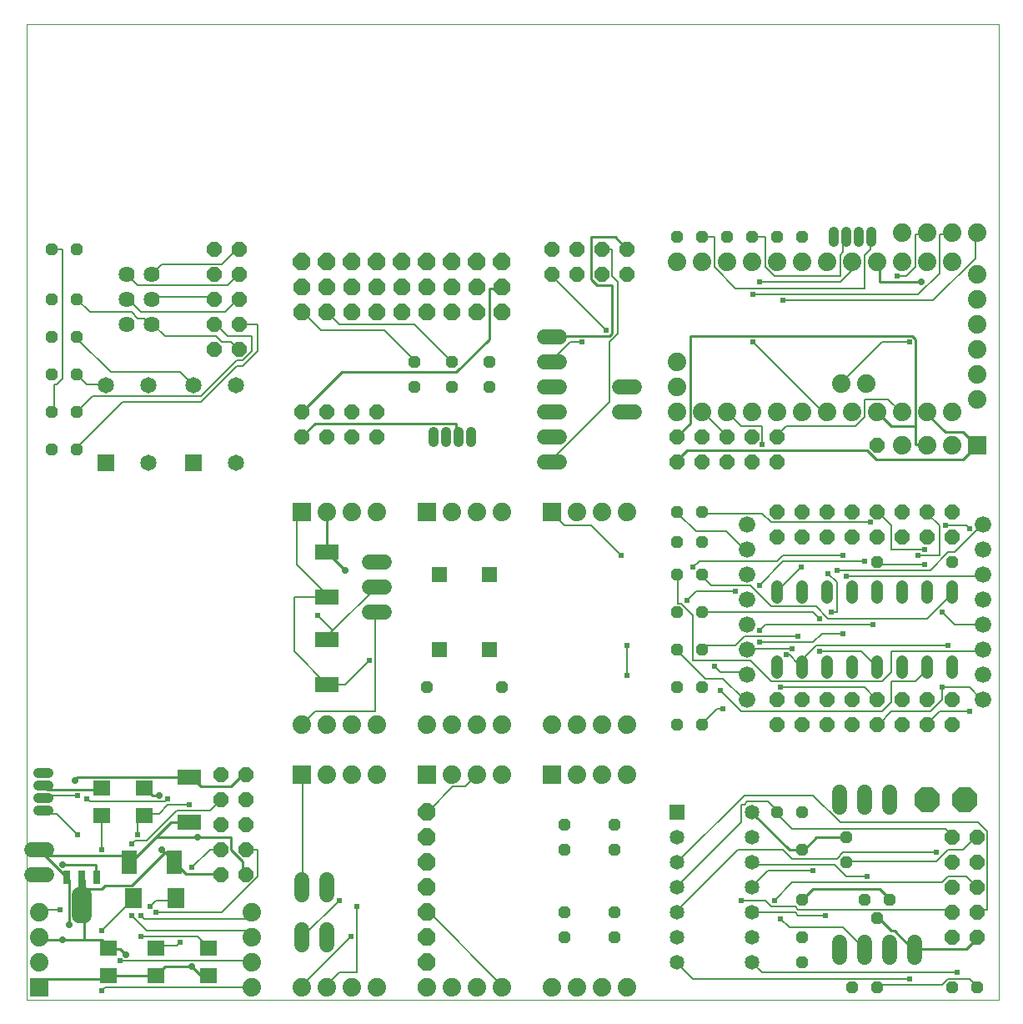
<source format=gbl>
G75*
%MOIN*%
%OFA0B0*%
%FSLAX24Y24*%
%IPPOS*%
%LPD*%
%AMOC8*
5,1,8,0,0,1.08239X$1,22.5*
%
%ADD10C,0.0000*%
%ADD11R,0.0709X0.0630*%
%ADD12R,0.0700X0.0800*%
%ADD13R,0.0315X0.0551*%
%ADD14R,0.0315X0.0748*%
%ADD15C,0.0600*%
%ADD16OC8,0.0600*%
%ADD17R,0.0650X0.0650*%
%ADD18C,0.0650*%
%ADD19OC8,0.0480*%
%ADD20R,0.0585X0.0585*%
%ADD21C,0.0585*%
%ADD22OC8,0.1000*%
%ADD23C,0.0740*%
%ADD24C,0.0640*%
%ADD25OC8,0.0700*%
%ADD26OC8,0.0660*%
%ADD27C,0.0413*%
%ADD28C,0.0660*%
%ADD29C,0.0480*%
%ADD30R,0.0740X0.0740*%
%ADD31R,0.0591X0.0591*%
%ADD32R,0.0945X0.0591*%
%ADD33R,0.0591X0.0945*%
%ADD34C,0.0100*%
%ADD35C,0.0280*%
%ADD36C,0.0080*%
%ADD37C,0.0240*%
D10*
X000535Y000450D02*
X000535Y039446D01*
X039405Y039446D01*
X039405Y000450D01*
X000535Y000450D01*
D11*
X003785Y001399D03*
X003785Y002501D03*
X005685Y002501D03*
X005685Y001399D03*
X007785Y001399D03*
X007785Y002501D03*
X005235Y007799D03*
X005235Y008901D03*
X003535Y008901D03*
X003535Y007799D03*
D12*
X004785Y004500D03*
X006485Y004500D03*
D13*
X003335Y005350D03*
X002135Y005350D03*
D14*
X002735Y005250D03*
D15*
X002835Y003812D02*
X002635Y003812D01*
X002635Y004648D01*
X002835Y004648D01*
X002835Y003812D01*
X002835Y004411D02*
X002635Y004411D01*
X001335Y005450D02*
X000735Y005450D01*
X000735Y006450D02*
X001335Y006450D01*
X011535Y005250D02*
X011535Y004650D01*
X012535Y004650D02*
X012535Y005250D01*
X012535Y003250D02*
X012535Y002650D01*
X011535Y002650D02*
X011535Y003250D01*
X014235Y015950D02*
X014835Y015950D01*
X014835Y016950D02*
X014235Y016950D01*
X014235Y017950D02*
X014835Y017950D01*
X021235Y021950D02*
X021835Y021950D01*
X021835Y022950D02*
X021235Y022950D01*
X021235Y023950D02*
X021835Y023950D01*
X021835Y024950D02*
X021235Y024950D01*
X021235Y025950D02*
X021835Y025950D01*
X021835Y026950D02*
X021235Y026950D01*
X024235Y024950D02*
X024835Y024950D01*
X024835Y023950D02*
X024235Y023950D01*
X033035Y008750D02*
X033035Y008150D01*
X034035Y008150D02*
X034035Y008750D01*
X035035Y008750D02*
X035035Y008150D01*
X035035Y002750D02*
X035035Y002150D01*
X034035Y002150D02*
X034035Y002750D01*
X033035Y002750D02*
X033035Y002150D01*
X036035Y002150D02*
X036035Y002750D01*
D16*
X037535Y002950D03*
X037535Y003950D03*
X037535Y004950D03*
X037535Y005950D03*
X037535Y006950D03*
X038535Y006950D03*
X038535Y005950D03*
X038535Y004950D03*
X038535Y003950D03*
X038535Y002950D03*
X037535Y011450D03*
X036535Y011450D03*
X035535Y011450D03*
X034535Y011450D03*
X033535Y011450D03*
X032535Y011450D03*
X031535Y011450D03*
X030535Y011450D03*
X030535Y012450D03*
X031535Y012450D03*
X032535Y012450D03*
X033535Y012450D03*
X034535Y012450D03*
X035535Y012450D03*
X036535Y012450D03*
X037535Y012450D03*
X037535Y018950D03*
X036535Y018950D03*
X035535Y018950D03*
X034535Y018950D03*
X033535Y018950D03*
X032535Y018950D03*
X031535Y018950D03*
X030535Y018950D03*
X030535Y019950D03*
X031535Y019950D03*
X032535Y019950D03*
X033535Y019950D03*
X034535Y019950D03*
X035535Y019950D03*
X036535Y019950D03*
X037535Y019950D03*
X034535Y022600D03*
X030535Y022950D03*
X029535Y022950D03*
X028535Y022950D03*
X027535Y022950D03*
X026535Y022950D03*
X026535Y021950D03*
X027535Y021950D03*
X028535Y021950D03*
X029535Y021950D03*
X030535Y021950D03*
X024535Y029450D03*
X024535Y030450D03*
X023535Y030450D03*
X022535Y030450D03*
X022535Y029450D03*
X023535Y029450D03*
X021535Y029450D03*
X021535Y030450D03*
X014535Y023950D03*
X014535Y022950D03*
X013535Y022950D03*
X012535Y022950D03*
X012535Y023950D03*
X013535Y023950D03*
X011535Y023950D03*
X011535Y022950D03*
X009035Y026450D03*
X008035Y026450D03*
X008035Y027450D03*
X008035Y028450D03*
X009035Y028450D03*
X009035Y027450D03*
X009035Y029450D03*
X008035Y029450D03*
X008035Y030450D03*
X009035Y030450D03*
X009285Y009450D03*
X009285Y008450D03*
X008285Y008450D03*
X008285Y009450D03*
X008285Y007450D03*
X008285Y006450D03*
X008285Y005450D03*
X009285Y005450D03*
X009285Y006450D03*
X009285Y007450D03*
D17*
X007185Y021900D03*
X003685Y021900D03*
D18*
X005385Y021900D03*
X005385Y025000D03*
X003685Y025000D03*
X007185Y025000D03*
X008885Y025000D03*
X008885Y021900D03*
D19*
X002535Y022450D03*
X001535Y022450D03*
X001535Y023950D03*
X002535Y023950D03*
X002535Y025450D03*
X001535Y025450D03*
X001535Y026950D03*
X002535Y026950D03*
X002535Y028450D03*
X001535Y028450D03*
X001535Y030450D03*
X002535Y030450D03*
X016035Y025950D03*
X016035Y024950D03*
X017535Y024950D03*
X017535Y025950D03*
X019035Y025950D03*
X019035Y024950D03*
X026535Y019950D03*
X027535Y019950D03*
X027535Y018750D03*
X026535Y018750D03*
X026535Y017450D03*
X027535Y017450D03*
X027535Y015950D03*
X026535Y015950D03*
X026535Y014450D03*
X027535Y014450D03*
X027535Y012950D03*
X026535Y012950D03*
X026535Y011450D03*
X027535Y011450D03*
X030535Y007950D03*
X031535Y007950D03*
X031535Y006450D03*
X033285Y005950D03*
X033285Y006950D03*
X034035Y004450D03*
X034535Y003700D03*
X035035Y004450D03*
X031535Y004450D03*
X031535Y002950D03*
X031535Y001950D03*
X033535Y000950D03*
X034535Y000950D03*
X037535Y000950D03*
X038535Y000950D03*
X024035Y002950D03*
X024035Y003950D03*
X022035Y003950D03*
X022035Y002950D03*
X022035Y006450D03*
X022035Y007450D03*
X024035Y007450D03*
X024035Y006450D03*
X019535Y012950D03*
X016535Y012950D03*
X034535Y017950D03*
X037535Y017950D03*
X031535Y030950D03*
X030535Y030950D03*
X029535Y030950D03*
X028535Y030950D03*
X027535Y030950D03*
X026535Y030950D03*
D20*
X026535Y007950D03*
D21*
X026535Y006950D03*
X026535Y005950D03*
X026535Y004950D03*
X026535Y003950D03*
X026535Y002950D03*
X026535Y001950D03*
X029535Y001950D03*
X029535Y002950D03*
X029535Y003950D03*
X029535Y004950D03*
X029535Y005950D03*
X029535Y006950D03*
X029535Y007950D03*
D22*
X036535Y008450D03*
X038035Y008450D03*
D23*
X024535Y009450D03*
X023535Y009450D03*
X022535Y009450D03*
X022535Y011450D03*
X023535Y011450D03*
X024535Y011450D03*
X021535Y011450D03*
X019535Y011450D03*
X018535Y011450D03*
X017535Y011450D03*
X016535Y011450D03*
X014535Y011450D03*
X013535Y011450D03*
X012535Y011450D03*
X011535Y011450D03*
X012535Y009450D03*
X013535Y009450D03*
X014535Y009450D03*
X017535Y009450D03*
X018535Y009450D03*
X019535Y009450D03*
X019535Y000950D03*
X018535Y000950D03*
X017535Y000950D03*
X016535Y000950D03*
X014535Y000950D03*
X013535Y000950D03*
X012535Y000950D03*
X011535Y000950D03*
X009535Y000950D03*
X009535Y001950D03*
X009535Y002950D03*
X009535Y003950D03*
X001035Y003950D03*
X001035Y002950D03*
X001035Y001950D03*
X012535Y019950D03*
X013535Y019950D03*
X014535Y019950D03*
X017535Y019950D03*
X018535Y019950D03*
X019535Y019950D03*
X022535Y019950D03*
X023535Y019950D03*
X024535Y019950D03*
X026535Y023950D03*
X027535Y023950D03*
X028535Y023950D03*
X029535Y023950D03*
X030535Y023950D03*
X031535Y023950D03*
X032535Y023950D03*
X033535Y023950D03*
X034535Y023950D03*
X035535Y023950D03*
X036535Y023950D03*
X037535Y023950D03*
X038535Y024450D03*
X038535Y025450D03*
X038535Y026450D03*
X038535Y027450D03*
X038535Y028450D03*
X038535Y029450D03*
X037535Y029950D03*
X036535Y029950D03*
X035535Y029950D03*
X034535Y029950D03*
X033535Y029950D03*
X032535Y029950D03*
X031535Y029950D03*
X030535Y029950D03*
X029535Y029950D03*
X028535Y029950D03*
X027535Y029950D03*
X026535Y029950D03*
X026535Y025950D03*
X026535Y024950D03*
X033098Y025075D03*
X034098Y025075D03*
X035535Y022600D03*
X036535Y022600D03*
X037535Y022600D03*
X037535Y031100D03*
X036535Y031100D03*
X035535Y031100D03*
X038535Y031100D03*
X024535Y000950D03*
X023535Y000950D03*
X022535Y000950D03*
X021535Y000950D03*
D24*
X005535Y027450D03*
X004535Y027450D03*
X004535Y028450D03*
X005535Y028450D03*
X005535Y029450D03*
X004535Y029450D03*
D25*
X011535Y029950D03*
X012535Y029950D03*
X013535Y029950D03*
X014535Y029950D03*
X015535Y029950D03*
X016535Y029950D03*
X017535Y029950D03*
X018535Y029950D03*
X019535Y029950D03*
X016535Y007950D03*
X016535Y006950D03*
X016535Y005950D03*
X016535Y004950D03*
X016535Y003950D03*
X016535Y002950D03*
X016535Y001950D03*
X016535Y000950D03*
D26*
X016535Y027950D03*
X017535Y027950D03*
X017535Y028950D03*
X016535Y028950D03*
X015535Y028950D03*
X014535Y028950D03*
X013535Y028950D03*
X012535Y028950D03*
X011535Y028950D03*
X011535Y027950D03*
X012535Y027950D03*
X013535Y027950D03*
X014535Y027950D03*
X015535Y027950D03*
X018535Y027950D03*
X019535Y027950D03*
X019535Y028950D03*
X018535Y028950D03*
D27*
X018285Y023157D02*
X018285Y022743D01*
X017785Y022743D02*
X017785Y023157D01*
X017285Y023157D02*
X017285Y022743D01*
X016785Y022743D02*
X016785Y023157D01*
X001392Y009500D02*
X000978Y009500D01*
X000978Y009000D02*
X001392Y009000D01*
X001392Y008500D02*
X000978Y008500D01*
X000978Y008000D02*
X001392Y008000D01*
X032785Y030743D02*
X032785Y031157D01*
X033285Y031157D02*
X033285Y030743D01*
X033785Y030743D02*
X033785Y031157D01*
X034285Y031157D02*
X034285Y030743D01*
D28*
X038759Y019450D03*
X038759Y018450D03*
X038759Y017450D03*
X038759Y016450D03*
X038759Y015450D03*
X038759Y014450D03*
X038759Y013450D03*
X038759Y012450D03*
X029311Y012450D03*
X029311Y013450D03*
X029311Y014450D03*
X029311Y015450D03*
X029311Y016450D03*
X029311Y017450D03*
X029311Y018450D03*
X029311Y019450D03*
D29*
X030535Y016990D02*
X030535Y016510D01*
X031535Y016510D02*
X031535Y016990D01*
X032535Y016990D02*
X032535Y016510D01*
X033535Y016510D02*
X033535Y016990D01*
X034535Y016990D02*
X034535Y016510D01*
X035535Y016510D02*
X035535Y016990D01*
X036535Y016990D02*
X036535Y016510D01*
X037535Y016510D02*
X037535Y016990D01*
X037535Y013990D02*
X037535Y013510D01*
X036535Y013510D02*
X036535Y013990D01*
X035535Y013990D02*
X035535Y013510D01*
X034535Y013510D02*
X034535Y013990D01*
X033535Y013990D02*
X033535Y013510D01*
X032535Y013510D02*
X032535Y013990D01*
X031535Y013990D02*
X031535Y013510D01*
X030535Y013510D02*
X030535Y013990D01*
D30*
X038535Y022600D03*
X021535Y019950D03*
X016535Y019950D03*
X011535Y019950D03*
X011535Y009450D03*
X016535Y009450D03*
X021535Y009450D03*
X001035Y000950D03*
D31*
X017035Y014450D03*
X019035Y014450D03*
X019035Y017450D03*
X017035Y017450D03*
D32*
X012535Y016544D03*
X012535Y014856D03*
X012535Y013044D03*
X012535Y018356D03*
X007035Y009356D03*
X007035Y007544D03*
D33*
X006441Y005950D03*
X004630Y005950D03*
D34*
X004615Y005970D01*
X004375Y006210D01*
X001255Y006210D01*
X001035Y006450D01*
X001015Y006450D01*
X001255Y006210D01*
X002095Y005370D01*
X002135Y005350D01*
X002215Y005250D01*
X002215Y003450D01*
X001975Y002850D02*
X002815Y002850D01*
X002815Y004170D01*
X002735Y004230D01*
X002815Y004290D01*
X002815Y004890D01*
X002735Y005250D01*
X002815Y005250D01*
X002815Y004890D01*
X003535Y004890D01*
X003655Y005010D01*
X004735Y005010D01*
X006055Y006330D01*
X005935Y006450D01*
X006055Y006330D02*
X006415Y005970D01*
X006441Y005950D01*
X006535Y005850D01*
X006895Y005490D01*
X008215Y005490D01*
X008285Y005450D01*
X009175Y005490D02*
X009175Y005970D01*
X008695Y006450D01*
X008695Y006930D01*
X007375Y006930D01*
X005695Y006930D01*
X004735Y005970D01*
X004630Y005950D01*
X003295Y005850D02*
X003295Y005370D01*
X003335Y005350D01*
X003295Y005850D02*
X001975Y005850D01*
X001975Y002850D02*
X001135Y002850D01*
X001035Y002950D01*
X001375Y001290D02*
X003775Y001290D01*
X003785Y001399D01*
X003895Y001410D01*
X005575Y001410D01*
X005685Y001399D01*
X005695Y001410D01*
X006055Y001770D01*
X007135Y001770D01*
X007495Y001410D01*
X007735Y001410D01*
X007785Y001399D01*
X004495Y002250D02*
X004255Y002490D01*
X003895Y002490D01*
X003785Y002501D01*
X003775Y002610D01*
X003535Y002850D01*
X002815Y002850D01*
X001375Y001290D02*
X001035Y000950D01*
X005695Y006930D02*
X006295Y007530D01*
X007015Y007530D01*
X007035Y007544D01*
X007495Y008970D02*
X008695Y008970D01*
X009175Y009450D01*
X009285Y009450D01*
X007495Y008970D02*
X007135Y009330D01*
X007035Y009356D01*
X007015Y009330D01*
X002575Y009330D01*
X002455Y009210D01*
X003535Y008901D02*
X003535Y008850D01*
X001375Y008850D01*
X001255Y008970D01*
X001185Y009000D01*
X005235Y008901D02*
X005335Y008850D01*
X005575Y008610D01*
X005815Y008610D01*
X009175Y005490D02*
X009285Y005450D01*
X013255Y017610D02*
X012535Y018330D01*
X012535Y018356D01*
X012535Y019950D01*
X011535Y022950D02*
X011575Y023010D01*
X012055Y023490D01*
X017695Y023490D01*
X017695Y023010D01*
X017785Y022950D01*
X017695Y025530D02*
X019015Y026850D01*
X019015Y028890D01*
X019495Y028890D01*
X019535Y028950D01*
X021535Y026970D02*
X021535Y026950D01*
X021535Y026970D02*
X023815Y026970D01*
X023935Y027090D01*
X023935Y029010D01*
X023335Y029010D01*
X023095Y029250D01*
X023095Y030930D01*
X024055Y030930D01*
X024535Y030450D01*
X027055Y026970D02*
X035935Y026970D01*
X036055Y026850D01*
X036055Y023370D01*
X035095Y023370D01*
X034615Y023850D01*
X034535Y023950D01*
X034135Y022410D02*
X034495Y022050D01*
X037975Y022050D01*
X038455Y022530D01*
X038535Y022600D01*
X038455Y022650D01*
X037975Y023130D01*
X037255Y023130D01*
X036535Y023850D01*
X036535Y023950D01*
X036055Y023370D02*
X036055Y022650D01*
X036535Y022650D01*
X036535Y022600D01*
X034135Y022410D02*
X026935Y022410D01*
X026575Y022050D01*
X026535Y021950D01*
X026535Y022950D02*
X026575Y023010D01*
X027055Y023490D01*
X027055Y026970D01*
X034615Y029130D02*
X036295Y029130D01*
X034615Y029130D02*
X034615Y029850D01*
X034535Y029950D01*
X017695Y025530D02*
X013135Y025530D01*
X011575Y023970D01*
X011535Y023950D01*
X029535Y007950D02*
X029575Y007890D01*
X031015Y006450D01*
X031535Y006450D01*
X031615Y006450D01*
X032095Y006930D01*
X033175Y006930D01*
X033285Y006950D01*
X031975Y004890D02*
X031535Y004450D01*
X031975Y004890D02*
X034615Y004890D01*
X034975Y004530D01*
X035035Y004450D01*
X034615Y003690D02*
X034535Y003700D01*
X034615Y003690D02*
X035095Y003210D01*
X035215Y003210D01*
X035935Y002490D01*
X036035Y002450D01*
X036055Y002490D01*
X038095Y002490D01*
X038455Y002850D01*
X038535Y002950D01*
D35*
X013255Y017610D03*
X005815Y008610D03*
X007375Y006930D03*
X005935Y006450D03*
X002455Y009210D03*
X001975Y005850D03*
X002215Y003450D03*
X001975Y002850D03*
X004495Y002250D03*
X007135Y001770D03*
X036295Y029130D03*
D36*
X036175Y028650D02*
X037015Y029490D01*
X037015Y031050D01*
X037495Y031050D01*
X037535Y031100D01*
X036535Y031100D02*
X036535Y031050D01*
X036055Y031050D01*
X036055Y029730D01*
X035695Y029370D01*
X035335Y029370D01*
X036175Y028650D02*
X029575Y028650D01*
X029815Y029130D02*
X033055Y029130D01*
X033535Y029610D01*
X033535Y029950D01*
X033175Y030330D02*
X033055Y030210D01*
X033055Y029370D01*
X030415Y029370D01*
X030055Y029730D01*
X030055Y030930D01*
X029575Y030930D01*
X029535Y030950D01*
X028015Y030930D02*
X028015Y029730D01*
X028855Y028890D01*
X034015Y028890D01*
X034015Y030210D01*
X034255Y030450D01*
X034255Y030930D01*
X034285Y030950D01*
X033285Y030950D02*
X033175Y030930D01*
X033175Y030330D01*
X030775Y028410D02*
X036775Y028410D01*
X038455Y030090D01*
X038455Y031050D01*
X038535Y031100D01*
X035815Y026730D02*
X034735Y026730D01*
X033175Y025170D01*
X033098Y025075D01*
X034015Y024450D02*
X034015Y023730D01*
X033655Y023370D01*
X030895Y023370D01*
X030535Y023010D01*
X030535Y022950D01*
X029935Y022650D02*
X029935Y023370D01*
X029095Y023370D01*
X028615Y023850D01*
X028535Y023950D01*
X027655Y023850D02*
X028495Y023010D01*
X028535Y022950D01*
X027655Y023850D02*
X027535Y023850D01*
X027535Y023950D01*
X029575Y026730D02*
X032335Y023970D01*
X032455Y023970D01*
X032535Y023950D01*
X034015Y024450D02*
X034975Y024450D01*
X035455Y023970D01*
X035535Y023950D01*
X034535Y019950D02*
X034615Y019890D01*
X035095Y019410D01*
X035095Y018450D01*
X036415Y018450D01*
X036175Y018210D02*
X037015Y018210D01*
X037015Y019410D01*
X036535Y019890D01*
X036535Y019950D01*
X037255Y019410D02*
X038095Y019410D01*
X038215Y019290D01*
X038695Y019410D02*
X038759Y019450D01*
X038695Y019410D02*
X037615Y018330D01*
X037375Y018330D01*
X036655Y017610D01*
X032935Y017610D01*
X032575Y017490D02*
X032935Y017130D01*
X032935Y015930D01*
X032695Y015930D01*
X032575Y015690D02*
X032095Y016170D01*
X030295Y016170D01*
X029455Y017010D01*
X027895Y017010D01*
X027535Y017370D01*
X027535Y017450D01*
X027175Y017730D02*
X027415Y017970D01*
X030535Y017970D01*
X030775Y018210D01*
X033175Y018210D01*
X033295Y017370D02*
X038695Y017370D01*
X038759Y017450D01*
X037535Y016750D02*
X037495Y016650D01*
X036535Y015690D01*
X032575Y015690D01*
X032215Y015690D02*
X031975Y015930D01*
X027535Y015930D01*
X027535Y015950D01*
X027175Y015810D02*
X027175Y014010D01*
X029455Y014010D01*
X030295Y013170D01*
X034735Y013170D01*
X035095Y013530D01*
X035095Y014370D01*
X038695Y014370D01*
X038759Y014450D01*
X038759Y015450D02*
X037615Y015450D01*
X037135Y015930D01*
X037375Y014610D02*
X032095Y014610D01*
X031375Y013890D01*
X031535Y013750D01*
X031495Y013770D01*
X031375Y013890D01*
X031015Y014250D01*
X030895Y014250D01*
X031135Y014490D02*
X029335Y014490D01*
X029311Y014450D01*
X028855Y014610D02*
X029215Y014970D01*
X031375Y014970D01*
X031975Y014730D02*
X032335Y015090D01*
X033175Y015090D01*
X033895Y014370D02*
X032215Y014370D01*
X031975Y014730D02*
X029815Y014730D01*
X029815Y015210D02*
X030055Y015450D01*
X034375Y015450D01*
X033895Y014370D02*
X034495Y013770D01*
X034535Y013750D01*
X035095Y013170D02*
X036055Y013170D01*
X036535Y013650D01*
X036535Y013750D01*
X037135Y012930D02*
X038215Y012930D01*
X038695Y012450D01*
X038759Y012450D01*
X038215Y011970D02*
X037015Y011970D01*
X036535Y011490D01*
X036535Y011450D01*
X036655Y011970D02*
X037135Y012450D01*
X037135Y012930D01*
X036655Y011970D02*
X035095Y011970D01*
X034615Y011490D01*
X034535Y011450D01*
X034735Y011970D02*
X035095Y012330D01*
X035095Y013170D01*
X034535Y012450D02*
X034495Y012450D01*
X034015Y012930D01*
X030655Y012930D01*
X029311Y012450D02*
X029215Y012450D01*
X028375Y013290D01*
X027655Y013290D01*
X026575Y014370D01*
X026535Y014450D01*
X027535Y014490D02*
X027535Y014450D01*
X027535Y014490D02*
X027655Y014610D01*
X028855Y014610D01*
X029215Y013530D02*
X028255Y013530D01*
X028015Y013770D01*
X028255Y012810D02*
X029095Y011970D01*
X034735Y011970D01*
X031975Y008610D02*
X033055Y007530D01*
X038575Y007530D01*
X038935Y007170D01*
X038935Y004050D01*
X038575Y004050D01*
X038535Y003950D01*
X037535Y003950D02*
X037495Y004050D01*
X031375Y004050D01*
X031255Y004170D01*
X030295Y004170D01*
X030055Y004410D01*
X029095Y004410D01*
X029535Y004950D02*
X029575Y005010D01*
X030175Y005610D01*
X031975Y005610D01*
X031135Y005130D02*
X037135Y005130D01*
X037375Y005370D01*
X038095Y005370D01*
X038455Y005010D01*
X038535Y004950D01*
X037975Y006450D02*
X037375Y006450D01*
X036895Y005970D01*
X033295Y005970D01*
X033285Y005950D01*
X032935Y006090D02*
X033175Y006330D01*
X036895Y006330D01*
X037535Y006950D02*
X037495Y007050D01*
X037255Y007290D01*
X031135Y007290D01*
X030535Y007890D01*
X030535Y007950D01*
X030535Y008010D01*
X030175Y008370D01*
X029335Y008370D01*
X029215Y008250D01*
X029095Y008250D01*
X029095Y007530D01*
X026575Y005010D01*
X026535Y004950D01*
X026575Y004050D02*
X026535Y003950D01*
X026575Y004050D02*
X028975Y006450D01*
X030775Y006450D01*
X031135Y006090D01*
X032935Y006090D01*
X032815Y005850D02*
X033295Y005370D01*
X034135Y005370D01*
X032815Y005850D02*
X029575Y005850D01*
X029535Y005950D01*
X030415Y004410D02*
X031135Y005130D01*
X031255Y003930D02*
X031375Y003810D01*
X032455Y003810D01*
X033175Y003330D02*
X034015Y002490D01*
X034035Y002450D01*
X033175Y003330D02*
X031015Y003330D01*
X030655Y003690D01*
X031255Y003930D02*
X029575Y003930D01*
X029535Y003950D01*
X029535Y001950D02*
X029575Y001890D01*
X029935Y001530D01*
X037735Y001530D01*
X037375Y001290D02*
X038215Y001290D01*
X038455Y001050D01*
X038535Y000950D01*
X037375Y001290D02*
X037135Y001050D01*
X034615Y001050D01*
X034535Y000950D01*
X035815Y001290D02*
X027175Y001290D01*
X026575Y001890D01*
X026535Y001950D01*
X026535Y005950D02*
X026575Y005970D01*
X029215Y008610D01*
X031975Y008610D01*
X028375Y012090D02*
X028135Y012090D01*
X027535Y011490D01*
X027535Y011450D01*
X029215Y013530D02*
X029311Y013450D01*
X027175Y015810D02*
X026695Y016290D01*
X026575Y016290D01*
X026575Y017370D01*
X026535Y017450D01*
X027295Y016770D02*
X028855Y016770D01*
X029815Y017010D02*
X030775Y017970D01*
X034015Y017970D01*
X034535Y017950D02*
X034615Y017850D01*
X036415Y017850D01*
X034255Y019530D02*
X030295Y019530D01*
X029935Y019890D01*
X027535Y019890D01*
X027535Y019950D01*
X027295Y019170D02*
X028495Y019170D01*
X029215Y018450D01*
X029311Y018450D01*
X030535Y016770D02*
X030535Y016750D01*
X030535Y016770D02*
X031495Y017730D01*
X027295Y016770D02*
X026935Y016410D01*
X024535Y014610D02*
X024535Y013410D01*
X024295Y018210D02*
X023095Y019410D01*
X022015Y019410D01*
X021535Y019890D01*
X021535Y019950D01*
X021535Y021950D02*
X021535Y022050D01*
X023815Y024330D01*
X023815Y026730D01*
X024175Y027090D01*
X024175Y029130D01*
X023935Y029370D01*
X023935Y030450D01*
X023535Y030450D01*
X021535Y029450D02*
X021535Y029370D01*
X023695Y027210D01*
X022735Y026730D02*
X022255Y026730D01*
X021535Y026010D01*
X021535Y025950D01*
X017535Y025950D02*
X017455Y026010D01*
X016015Y027450D01*
X013015Y027450D01*
X012535Y027930D01*
X012535Y027950D01*
X012295Y027210D02*
X011575Y027930D01*
X011535Y027950D01*
X012295Y027210D02*
X014815Y027210D01*
X016015Y026010D01*
X016035Y025950D01*
X011535Y019950D02*
X011455Y019890D01*
X011335Y019890D01*
X011335Y017850D01*
X012535Y016650D01*
X012535Y016544D01*
X012535Y016530D01*
X011215Y016530D01*
X011215Y014370D01*
X012535Y013050D01*
X012535Y013044D01*
X012535Y013050D02*
X013255Y013050D01*
X014215Y014010D01*
X012775Y015210D02*
X012535Y014970D01*
X012535Y014856D01*
X012775Y015210D02*
X012175Y015810D01*
X012775Y015210D02*
X014455Y016890D01*
X014535Y016950D01*
X014535Y015950D02*
X014455Y015930D01*
X014455Y011970D01*
X012055Y011970D01*
X011535Y011450D01*
X011575Y009450D02*
X011535Y009450D01*
X011575Y009450D02*
X011575Y005010D01*
X011535Y004950D01*
X013015Y004410D02*
X011575Y002970D01*
X011535Y002950D01*
X013015Y001530D02*
X012535Y001050D01*
X012535Y000950D01*
X013015Y001530D02*
X013735Y001530D01*
X013735Y004170D01*
X013495Y002970D02*
X011575Y001050D01*
X011535Y000950D01*
X009535Y000930D02*
X009535Y000950D01*
X009535Y000930D02*
X003655Y000930D01*
X003535Y000810D01*
X004255Y002010D02*
X009535Y002010D01*
X009535Y001950D01*
X009535Y002950D02*
X009535Y002970D01*
X009295Y003210D01*
X005335Y003210D01*
X004735Y003810D01*
X005095Y003810D02*
X005215Y003690D01*
X009295Y003690D01*
X009535Y003930D01*
X009535Y003950D01*
X008335Y003930D02*
X009775Y005370D01*
X009775Y006450D01*
X009285Y006450D01*
X008285Y006450D02*
X007855Y006450D01*
X007135Y005730D01*
X006485Y004500D02*
X006415Y004410D01*
X005695Y004410D01*
X005455Y004170D01*
X005695Y003930D02*
X008335Y003930D01*
X007375Y002970D02*
X005095Y002970D01*
X005695Y002610D02*
X005685Y002501D01*
X005695Y002610D02*
X006535Y002610D01*
X006655Y002730D01*
X007375Y002970D02*
X007735Y002610D01*
X007785Y002501D01*
X007855Y002490D01*
X004735Y004410D02*
X004785Y004500D01*
X004735Y004410D02*
X003535Y003210D01*
X001855Y004050D02*
X001135Y004050D01*
X001035Y003950D01*
X003535Y006450D02*
X003535Y007799D01*
X003535Y007890D01*
X003055Y008370D02*
X002935Y008490D01*
X003055Y008370D02*
X006055Y008370D01*
X006175Y008490D01*
X006175Y008250D02*
X005815Y007890D01*
X005335Y007890D01*
X005235Y007799D01*
X005215Y007770D01*
X004975Y007770D01*
X004975Y007050D01*
X004855Y006810D02*
X005335Y006810D01*
X006535Y008010D01*
X007855Y008010D01*
X008215Y008370D01*
X008285Y008450D01*
X007015Y008250D02*
X006175Y008250D01*
X004855Y006810D02*
X004735Y006690D01*
X002575Y007050D02*
X001735Y007890D01*
X001255Y007890D01*
X001185Y008000D01*
X001185Y008500D02*
X001255Y008610D01*
X002575Y008610D01*
X002535Y022450D02*
X002575Y022530D01*
X004375Y024330D01*
X007495Y024330D01*
X008935Y025770D01*
X009175Y025770D01*
X009775Y026370D01*
X009775Y027450D01*
X009035Y027450D01*
X008575Y026970D02*
X008095Y027450D01*
X008035Y027450D01*
X008095Y026970D02*
X006055Y026970D01*
X005575Y027450D01*
X005535Y027450D01*
X005455Y027450D01*
X005215Y027690D01*
X004975Y027690D01*
X004735Y027930D01*
X003055Y027930D01*
X002535Y028450D01*
X002535Y026950D02*
X002575Y026850D01*
X003895Y025530D01*
X006655Y025530D01*
X007185Y025000D01*
X007495Y024570D02*
X008935Y026010D01*
X009175Y026010D01*
X009535Y026370D01*
X009535Y026970D01*
X008575Y026970D01*
X008695Y026730D02*
X008335Y026730D01*
X008095Y026970D01*
X008695Y026730D02*
X008935Y026490D01*
X009035Y026450D01*
X008455Y027930D02*
X005095Y027930D01*
X004615Y028410D01*
X004535Y028450D01*
X004975Y029010D02*
X004535Y029450D01*
X004975Y029010D02*
X008575Y029010D01*
X008935Y029370D01*
X009035Y029450D01*
X008335Y029850D02*
X008935Y030450D01*
X009035Y030450D01*
X008335Y029850D02*
X005935Y029850D01*
X005535Y029450D01*
X005575Y028530D02*
X005535Y028450D01*
X005575Y028530D02*
X007975Y028530D01*
X008035Y028450D01*
X008455Y027930D02*
X008935Y028410D01*
X009035Y028450D01*
X007495Y024570D02*
X003175Y024570D01*
X002575Y023970D01*
X002535Y023950D01*
X001615Y023970D02*
X001535Y023950D01*
X001615Y023970D02*
X001615Y025050D01*
X001735Y025050D01*
X001975Y025290D01*
X001975Y030450D01*
X001535Y030450D01*
X002535Y025450D02*
X002935Y025050D01*
X003655Y025050D01*
X003685Y025000D01*
X018535Y009450D02*
X018055Y008970D01*
X017575Y008970D01*
X016615Y008010D01*
X016535Y007950D01*
X016535Y003950D02*
X016615Y003930D01*
X019495Y001050D01*
X019535Y000950D01*
X037975Y006450D02*
X038455Y006930D01*
X038535Y006950D01*
X027295Y019170D02*
X026575Y019890D01*
X026535Y019950D01*
X027535Y030930D02*
X027535Y030950D01*
X027535Y030930D02*
X028015Y030930D01*
D37*
X029815Y029130D03*
X029575Y028650D03*
X030775Y028410D03*
X029575Y026730D03*
X029935Y022650D03*
X034255Y019530D03*
X033175Y018210D03*
X032935Y017610D03*
X032575Y017490D03*
X033295Y017370D03*
X034015Y017970D03*
X036175Y018210D03*
X036415Y018450D03*
X036415Y017850D03*
X037255Y019410D03*
X038215Y019290D03*
X037135Y015930D03*
X037375Y014610D03*
X037135Y012930D03*
X038215Y011970D03*
X034375Y015450D03*
X033175Y015090D03*
X032695Y015930D03*
X032215Y015690D03*
X031375Y014970D03*
X031135Y014490D03*
X030895Y014250D03*
X029815Y014730D03*
X029815Y015210D03*
X028855Y016770D03*
X029815Y017010D03*
X031495Y017730D03*
X032215Y014370D03*
X030655Y012930D03*
X028255Y012810D03*
X028375Y012090D03*
X028015Y013770D03*
X026935Y016410D03*
X027175Y017730D03*
X024295Y018210D03*
X024535Y014610D03*
X024535Y013410D03*
X031975Y005610D03*
X030415Y004410D03*
X030655Y003690D03*
X029095Y004410D03*
X032455Y003810D03*
X034135Y005370D03*
X036895Y006330D03*
X037735Y001530D03*
X035815Y001290D03*
X014215Y014010D03*
X012175Y015810D03*
X006175Y008490D03*
X007015Y008250D03*
X004975Y007050D03*
X004735Y006690D03*
X003535Y006450D03*
X002575Y007050D03*
X002935Y008490D03*
X002575Y008610D03*
X001855Y004050D03*
X003535Y003210D03*
X004735Y003810D03*
X005095Y003810D03*
X005455Y004170D03*
X005695Y003930D03*
X005095Y002970D03*
X004255Y002010D03*
X003535Y000810D03*
X006655Y002730D03*
X007135Y005730D03*
X013015Y004410D03*
X013735Y004170D03*
X013495Y002970D03*
X022735Y026730D03*
X023695Y027210D03*
X035335Y029370D03*
X035815Y026730D03*
M02*

</source>
